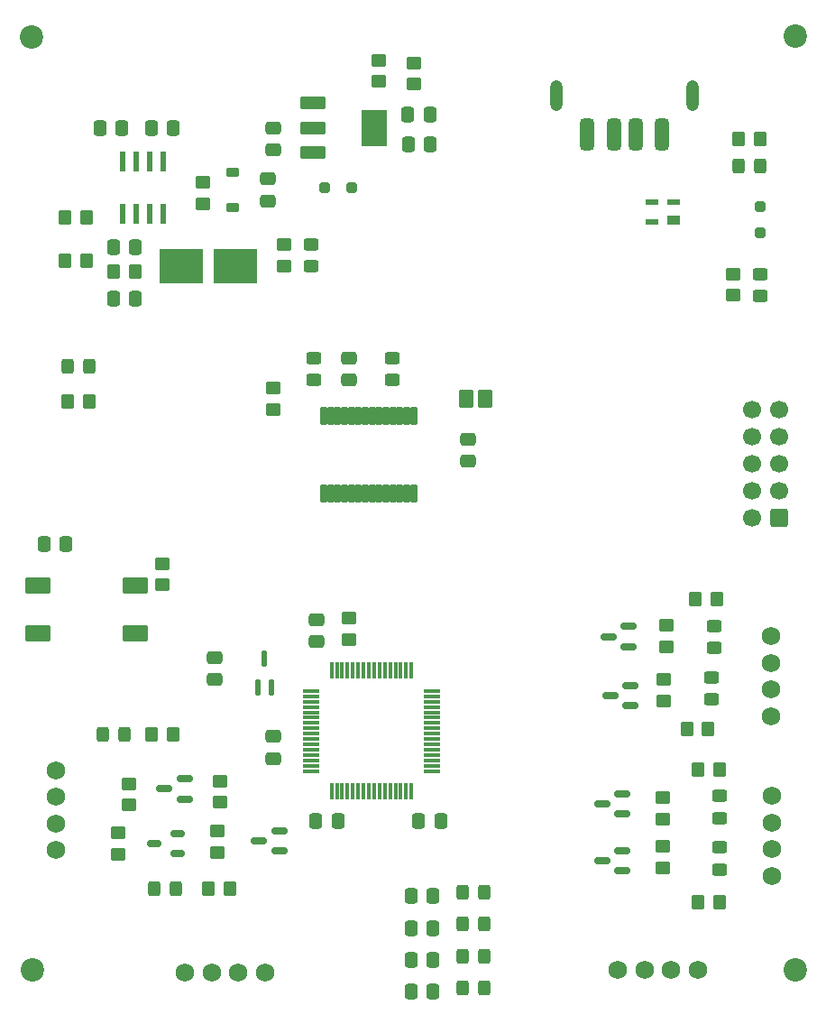
<source format=gts>
%TF.GenerationSoftware,KiCad,Pcbnew,8.0.5*%
%TF.CreationDate,2024-10-22T12:33:32-04:00*%
%TF.ProjectId,PCB_Schematic,5043425f-5363-4686-956d-617469632e6b,rev?*%
%TF.SameCoordinates,Original*%
%TF.FileFunction,Soldermask,Top*%
%TF.FilePolarity,Negative*%
%FSLAX46Y46*%
G04 Gerber Fmt 4.6, Leading zero omitted, Abs format (unit mm)*
G04 Created by KiCad (PCBNEW 8.0.5) date 2024-10-22 12:33:32*
%MOMM*%
%LPD*%
G01*
G04 APERTURE LIST*
G04 Aperture macros list*
%AMRoundRect*
0 Rectangle with rounded corners*
0 $1 Rounding radius*
0 $2 $3 $4 $5 $6 $7 $8 $9 X,Y pos of 4 corners*
0 Add a 4 corners polygon primitive as box body*
4,1,4,$2,$3,$4,$5,$6,$7,$8,$9,$2,$3,0*
0 Add four circle primitives for the rounded corners*
1,1,$1+$1,$2,$3*
1,1,$1+$1,$4,$5*
1,1,$1+$1,$6,$7*
1,1,$1+$1,$8,$9*
0 Add four rect primitives between the rounded corners*
20,1,$1+$1,$2,$3,$4,$5,0*
20,1,$1+$1,$4,$5,$6,$7,0*
20,1,$1+$1,$6,$7,$8,$9,0*
20,1,$1+$1,$8,$9,$2,$3,0*%
G04 Aperture macros list end*
%ADD10RoundRect,0.250000X0.350000X0.450000X-0.350000X0.450000X-0.350000X-0.450000X0.350000X-0.450000X0*%
%ADD11C,1.752600*%
%ADD12RoundRect,0.250000X0.337500X0.475000X-0.337500X0.475000X-0.337500X-0.475000X0.337500X-0.475000X0*%
%ADD13RoundRect,0.250000X-0.337500X-0.475000X0.337500X-0.475000X0.337500X0.475000X-0.337500X0.475000X0*%
%ADD14RoundRect,0.250000X-0.450000X0.350000X-0.450000X-0.350000X0.450000X-0.350000X0.450000X0.350000X0*%
%ADD15RoundRect,0.250000X0.250000X-0.250000X0.250000X0.250000X-0.250000X0.250000X-0.250000X-0.250000X0*%
%ADD16RoundRect,0.325000X0.325000X1.175000X-0.325000X1.175000X-0.325000X-1.175000X0.325000X-1.175000X0*%
%ADD17O,1.200000X2.900000*%
%ADD18RoundRect,0.250000X0.250000X0.250000X-0.250000X0.250000X-0.250000X-0.250000X0.250000X-0.250000X0*%
%ADD19RoundRect,0.150000X0.587500X0.150000X-0.587500X0.150000X-0.587500X-0.150000X0.587500X-0.150000X0*%
%ADD20RoundRect,0.250000X0.450000X-0.325000X0.450000X0.325000X-0.450000X0.325000X-0.450000X-0.325000X0*%
%ADD21RoundRect,0.250000X0.450000X-0.350000X0.450000X0.350000X-0.450000X0.350000X-0.450000X-0.350000X0*%
%ADD22RoundRect,0.225000X0.375000X-0.225000X0.375000X0.225000X-0.375000X0.225000X-0.375000X-0.225000X0*%
%ADD23R,1.168400X0.889000*%
%ADD24R,1.168400X0.482600*%
%ADD25RoundRect,0.250000X-0.475000X0.337500X-0.475000X-0.337500X0.475000X-0.337500X0.475000X0.337500X0*%
%ADD26RoundRect,0.250000X0.325000X0.450000X-0.325000X0.450000X-0.325000X-0.450000X0.325000X-0.450000X0*%
%ADD27R,4.165600X3.251200*%
%ADD28RoundRect,0.250000X-0.325000X-0.450000X0.325000X-0.450000X0.325000X0.450000X-0.325000X0.450000X0*%
%ADD29RoundRect,0.112500X-0.112500X-0.637500X0.112500X-0.637500X0.112500X0.637500X-0.112500X0.637500X0*%
%ADD30RoundRect,0.250000X0.600000X0.600000X-0.600000X0.600000X-0.600000X-0.600000X0.600000X-0.600000X0*%
%ADD31C,1.700000*%
%ADD32RoundRect,0.250000X0.475000X-0.337500X0.475000X0.337500X-0.475000X0.337500X-0.475000X-0.337500X0*%
%ADD33RoundRect,0.250000X-0.350000X-0.450000X0.350000X-0.450000X0.350000X0.450000X-0.350000X0.450000X0*%
%ADD34C,2.200000*%
%ADD35RoundRect,0.102000X-1.075000X-0.475000X1.075000X-0.475000X1.075000X0.475000X-1.075000X0.475000X0*%
%ADD36RoundRect,0.102000X-1.075000X-1.625000X1.075000X-1.625000X1.075000X1.625000X-1.075000X1.625000X0*%
%ADD37RoundRect,0.250000X-0.450000X0.325000X-0.450000X-0.325000X0.450000X-0.325000X0.450000X0.325000X0*%
%ADD38RoundRect,0.102000X1.050000X0.700000X-1.050000X0.700000X-1.050000X-0.700000X1.050000X-0.700000X0*%
%ADD39RoundRect,0.075000X-0.700000X-0.075000X0.700000X-0.075000X0.700000X0.075000X-0.700000X0.075000X0*%
%ADD40RoundRect,0.075000X-0.075000X-0.700000X0.075000X-0.700000X0.075000X0.700000X-0.075000X0.700000X0*%
%ADD41RoundRect,0.150000X0.512500X0.150000X-0.512500X0.150000X-0.512500X-0.150000X0.512500X-0.150000X0*%
%ADD42RoundRect,0.102000X-0.200000X-0.750000X0.200000X-0.750000X0.200000X0.750000X-0.200000X0.750000X0*%
%ADD43R,0.558800X1.981200*%
%ADD44RoundRect,0.102000X-0.570000X-0.735000X0.570000X-0.735000X0.570000X0.735000X-0.570000X0.735000X0*%
G04 APERTURE END LIST*
D10*
%TO.C,R1*%
X160020000Y-45720000D03*
X158020000Y-45720000D03*
%TD*%
D11*
%TO.C,J7*%
X161067597Y-99919200D03*
X161067597Y-97419200D03*
X161067597Y-94919200D03*
X161067597Y-92419200D03*
%TD*%
D12*
%TO.C,R4*%
X129329000Y-116792000D03*
X127254000Y-116792000D03*
%TD*%
D10*
%TO.C,R12*%
X97012000Y-70358000D03*
X95012000Y-70358000D03*
%TD*%
D13*
%TO.C,Ccomp1*%
X99292500Y-55880000D03*
X101367500Y-55880000D03*
%TD*%
D14*
%TO.C,R17*%
X157480000Y-58420000D03*
X157480000Y-60420000D03*
%TD*%
D15*
%TO.C,D12*%
X160020000Y-54590000D03*
X160020000Y-52090000D03*
%TD*%
D16*
%TO.C,J5*%
X150820000Y-45350000D03*
X148320000Y-45350000D03*
X146320000Y-45350000D03*
X143820000Y-45350000D03*
D17*
X153720000Y-41650000D03*
X140920000Y-41650000D03*
%TD*%
D11*
%TO.C,J6*%
X161133000Y-114916000D03*
X161133000Y-112416000D03*
X161133000Y-109916000D03*
X161133000Y-107416000D03*
%TD*%
D18*
%TO.C,D9*%
X121666000Y-50292000D03*
X119166000Y-50292000D03*
%TD*%
D19*
%TO.C,D18*%
X147846500Y-98928000D03*
X147846500Y-97028000D03*
X145971500Y-97978000D03*
%TD*%
D20*
%TO.C,D13*%
X160020000Y-60470000D03*
X160020000Y-58420000D03*
%TD*%
D21*
%TO.C,R15*%
X99787500Y-112874500D03*
X99787500Y-110874500D03*
%TD*%
D22*
%TO.C,D10*%
X110490000Y-52196000D03*
X110490000Y-48896000D03*
%TD*%
D13*
%TO.C,C13*%
X127000000Y-46228000D03*
X129075000Y-46228000D03*
%TD*%
D23*
%TO.C,D14*%
X151881400Y-53336800D03*
D24*
X151881400Y-51640000D03*
X149838600Y-51639999D03*
X149838600Y-53540001D03*
%TD*%
D12*
%TO.C,Css1*%
X100097500Y-44704000D03*
X98022500Y-44704000D03*
%TD*%
D19*
%TO.C,D16*%
X114870500Y-112586500D03*
X114870500Y-110686500D03*
X112995500Y-111636500D03*
%TD*%
D25*
%TO.C,R9*%
X121412000Y-66294000D03*
X121412000Y-68369000D03*
%TD*%
D26*
%TO.C,D22*%
X105174000Y-116078000D03*
X103124000Y-116078000D03*
%TD*%
D21*
%TO.C,R21*%
X100803500Y-108268500D03*
X100803500Y-106268500D03*
%TD*%
D27*
%TO.C,L1*%
X105664000Y-57658000D03*
X110744000Y-57658000D03*
%TD*%
D28*
%TO.C,D3*%
X132071000Y-116428000D03*
X134121000Y-116428000D03*
%TD*%
D10*
%TO.C,R30*%
X156210000Y-117348000D03*
X154210000Y-117348000D03*
%TD*%
D26*
%TO.C,D21*%
X100348000Y-101600000D03*
X98298000Y-101600000D03*
%TD*%
%TO.C,D11*%
X97037000Y-67056000D03*
X94987000Y-67056000D03*
%TD*%
D12*
%TO.C,R6*%
X129329000Y-122792000D03*
X127254000Y-122792000D03*
%TD*%
D29*
%TO.C,U5*%
X112843000Y-97216000D03*
X114143000Y-97216000D03*
X113493000Y-94556000D03*
%TD*%
D30*
%TO.C,J1*%
X161798000Y-81280000D03*
D31*
X159258000Y-81280000D03*
X161798000Y-78740000D03*
X159258000Y-78740000D03*
X161798000Y-76200000D03*
X159258000Y-76200000D03*
X161798000Y-73660000D03*
X159258000Y-73660000D03*
X161798000Y-71120000D03*
X159258000Y-71120000D03*
%TD*%
D32*
%TO.C,C14*%
X118364000Y-92941000D03*
X118364000Y-90866000D03*
%TD*%
D10*
%TO.C,R29*%
X156210000Y-104902000D03*
X154210000Y-104902000D03*
%TD*%
D12*
%TO.C,C12*%
X120396000Y-109728000D03*
X118321000Y-109728000D03*
%TD*%
D33*
%TO.C,Rcomp1*%
X99330000Y-58166000D03*
X101330000Y-58166000D03*
%TD*%
D25*
%TO.C,C16*%
X108809000Y-94422000D03*
X108809000Y-96497000D03*
%TD*%
D11*
%TO.C,J2*%
X113538000Y-123952000D03*
X111038000Y-123952000D03*
X108538000Y-123952000D03*
X106038000Y-123952000D03*
%TD*%
D34*
%TO.C,H1*%
X91613000Y-36156000D03*
%TD*%
D35*
%TO.C,U3*%
X118004000Y-42404000D03*
X118004000Y-44704000D03*
X118004000Y-47004000D03*
D36*
X123804000Y-44704000D03*
%TD*%
D20*
%TO.C,D24*%
X156210000Y-114300000D03*
X156210000Y-112250000D03*
%TD*%
D10*
%TO.C,Rfbb1*%
X96758000Y-53086000D03*
X94758000Y-53086000D03*
%TD*%
D34*
%TO.C,H4*%
X163322000Y-123698000D03*
%TD*%
D11*
%TO.C,J4*%
X93901500Y-104980500D03*
X93901500Y-107480500D03*
X93901500Y-109980500D03*
X93901500Y-112480500D03*
%TD*%
D28*
%TO.C,D4*%
X132071000Y-119428000D03*
X134121000Y-119428000D03*
%TD*%
D33*
%TO.C,Rfbt1*%
X94758000Y-57150000D03*
X96758000Y-57150000D03*
%TD*%
D14*
%TO.C,R8*%
X114300000Y-69120000D03*
X114300000Y-71120000D03*
%TD*%
D37*
%TO.C,D25*%
X155702000Y-91431000D03*
X155702000Y-93481000D03*
%TD*%
D32*
%TO.C,C5*%
X114300000Y-103886000D03*
X114300000Y-101811000D03*
%TD*%
D12*
%TO.C,R5*%
X129329000Y-119792000D03*
X127254000Y-119792000D03*
%TD*%
D38*
%TO.C,SW1*%
X101324000Y-92166000D03*
X101324000Y-87666000D03*
X92224000Y-92166000D03*
X92224000Y-87666000D03*
%TD*%
D37*
%TO.C,D23*%
X156210000Y-107424000D03*
X156210000Y-109474000D03*
%TD*%
D34*
%TO.C,H2*%
X163322000Y-36068000D03*
%TD*%
D21*
%TO.C,R3*%
X121412000Y-92710000D03*
X121412000Y-90710000D03*
%TD*%
D12*
%TO.C,R7*%
X129329000Y-125792000D03*
X127254000Y-125792000D03*
%TD*%
D39*
%TO.C,U1*%
X117866000Y-97558000D03*
X117866000Y-98058000D03*
X117866000Y-98558000D03*
X117866000Y-99058000D03*
X117866000Y-99558000D03*
X117866000Y-100058000D03*
X117866000Y-100558000D03*
X117866000Y-101058000D03*
X117866000Y-101558000D03*
X117866000Y-102058000D03*
X117866000Y-102558000D03*
X117866000Y-103058000D03*
X117866000Y-103558000D03*
X117866000Y-104058000D03*
X117866000Y-104558000D03*
X117866000Y-105058000D03*
D40*
X119791000Y-106983000D03*
X120291000Y-106983000D03*
X120791000Y-106983000D03*
X121291000Y-106983000D03*
X121791000Y-106983000D03*
X122291000Y-106983000D03*
X122791000Y-106983000D03*
X123291000Y-106983000D03*
X123791000Y-106983000D03*
X124291000Y-106983000D03*
X124791000Y-106983000D03*
X125291000Y-106983000D03*
X125791000Y-106983000D03*
X126291000Y-106983000D03*
X126791000Y-106983000D03*
X127291000Y-106983000D03*
D39*
X129216000Y-105058000D03*
X129216000Y-104558000D03*
X129216000Y-104058000D03*
X129216000Y-103558000D03*
X129216000Y-103058000D03*
X129216000Y-102558000D03*
X129216000Y-102058000D03*
X129216000Y-101558000D03*
X129216000Y-101058000D03*
X129216000Y-100558000D03*
X129216000Y-100058000D03*
X129216000Y-99558000D03*
X129216000Y-99058000D03*
X129216000Y-98558000D03*
X129216000Y-98058000D03*
X129216000Y-97558000D03*
D40*
X127291000Y-95633000D03*
X126791000Y-95633000D03*
X126291000Y-95633000D03*
X125791000Y-95633000D03*
X125291000Y-95633000D03*
X124791000Y-95633000D03*
X124291000Y-95633000D03*
X123791000Y-95633000D03*
X123291000Y-95633000D03*
X122791000Y-95633000D03*
X122291000Y-95633000D03*
X121791000Y-95633000D03*
X121291000Y-95633000D03*
X120791000Y-95633000D03*
X120291000Y-95633000D03*
X119791000Y-95633000D03*
%TD*%
D19*
%TO.C,D20*%
X147671000Y-93406000D03*
X147671000Y-91506000D03*
X145796000Y-92456000D03*
%TD*%
D32*
%TO.C,Cout1*%
X113792000Y-51583500D03*
X113792000Y-49508500D03*
%TD*%
D14*
%TO.C,R13*%
X103886000Y-85598000D03*
X103886000Y-87598000D03*
%TD*%
D41*
%TO.C,Q1*%
X105384000Y-112806500D03*
X105384000Y-110906500D03*
X103109000Y-111856500D03*
%TD*%
D21*
%TO.C,R14*%
X109282500Y-108014500D03*
X109282500Y-106014500D03*
%TD*%
D11*
%TO.C,J3*%
X154178000Y-123698000D03*
X151678000Y-123698000D03*
X149178000Y-123698000D03*
X146678000Y-123698000D03*
%TD*%
D21*
%TO.C,R22*%
X109028500Y-112686500D03*
X109028500Y-110686500D03*
%TD*%
D19*
%TO.C,D15*%
X105980500Y-107694500D03*
X105980500Y-105794500D03*
X104105500Y-106744500D03*
%TD*%
D13*
%TO.C,C10*%
X127973000Y-109728000D03*
X130048000Y-109728000D03*
%TD*%
D14*
%TO.C,R2*%
X115316000Y-55649000D03*
X115316000Y-57649000D03*
%TD*%
D28*
%TO.C,D1*%
X157970000Y-48260000D03*
X160020000Y-48260000D03*
%TD*%
D14*
%TO.C,R24*%
X150973000Y-96454000D03*
X150973000Y-98454000D03*
%TD*%
D37*
%TO.C,D8*%
X125476000Y-66294000D03*
X125476000Y-68344000D03*
%TD*%
D25*
%TO.C,C3*%
X132588000Y-73914000D03*
X132588000Y-75989000D03*
%TD*%
D10*
%TO.C,R32*%
X155162000Y-101092000D03*
X153162000Y-101092000D03*
%TD*%
D33*
%TO.C,R28*%
X108236000Y-116078000D03*
X110236000Y-116078000D03*
%TD*%
D20*
%TO.C,D2*%
X117856000Y-57676000D03*
X117856000Y-55626000D03*
%TD*%
D10*
%TO.C,R31*%
X155956000Y-88900000D03*
X153956000Y-88900000D03*
%TD*%
D13*
%TO.C,C11*%
X126957000Y-43434000D03*
X129032000Y-43434000D03*
%TD*%
D28*
%TO.C,D6*%
X132071000Y-125428000D03*
X134121000Y-125428000D03*
%TD*%
D34*
%TO.C,H3*%
X91694000Y-123698000D03*
%TD*%
D33*
%TO.C,R27*%
X102902000Y-101600000D03*
X104902000Y-101600000D03*
%TD*%
D13*
%TO.C,Cin1*%
X102848500Y-44704000D03*
X104923500Y-44704000D03*
%TD*%
D25*
%TO.C,C4*%
X114300000Y-44704000D03*
X114300000Y-46779000D03*
%TD*%
D13*
%TO.C,C15*%
X92801000Y-83789000D03*
X94876000Y-83789000D03*
%TD*%
D42*
%TO.C,U2*%
X119062000Y-78997000D03*
X119712000Y-78997000D03*
X120362000Y-78997000D03*
X121012000Y-78997000D03*
X121662000Y-78997000D03*
X122312000Y-78997000D03*
X122962000Y-78997000D03*
X123612000Y-78997000D03*
X124262000Y-78997000D03*
X124912000Y-78997000D03*
X125562000Y-78997000D03*
X126212000Y-78997000D03*
X126862000Y-78997000D03*
X127512000Y-78997000D03*
X127512000Y-71747000D03*
X126862000Y-71747000D03*
X126212000Y-71747000D03*
X125562000Y-71747000D03*
X124912000Y-71747000D03*
X124262000Y-71747000D03*
X123612000Y-71747000D03*
X122962000Y-71747000D03*
X122312000Y-71747000D03*
X121662000Y-71747000D03*
X121012000Y-71747000D03*
X120362000Y-71747000D03*
X119712000Y-71747000D03*
X119062000Y-71747000D03*
%TD*%
D43*
%TO.C,U4*%
X104013000Y-47828200D03*
X102743000Y-47828200D03*
X101473000Y-47828200D03*
X100203000Y-47828200D03*
X100203000Y-52755800D03*
X101473000Y-52755800D03*
X102743000Y-52755800D03*
X104013000Y-52755800D03*
%TD*%
D19*
%TO.C,D17*%
X147084500Y-114422000D03*
X147084500Y-112522000D03*
X145209500Y-113472000D03*
%TD*%
D21*
%TO.C,R10*%
X127508000Y-40624000D03*
X127508000Y-38624000D03*
%TD*%
D44*
%TO.C,FB1*%
X132460000Y-70104000D03*
X134240000Y-70104000D03*
%TD*%
D20*
%TO.C,D26*%
X155448000Y-98316000D03*
X155448000Y-96266000D03*
%TD*%
D21*
%TO.C,R25*%
X150894500Y-109596000D03*
X150894500Y-107596000D03*
%TD*%
D19*
%TO.C,D19*%
X147084500Y-109088000D03*
X147084500Y-107188000D03*
X145209500Y-108138000D03*
%TD*%
D14*
%TO.C,R23*%
X150894500Y-112168000D03*
X150894500Y-114168000D03*
%TD*%
D28*
%TO.C,D5*%
X132071000Y-122428000D03*
X134121000Y-122428000D03*
%TD*%
D21*
%TO.C,R26*%
X151227000Y-93374000D03*
X151227000Y-91374000D03*
%TD*%
%TO.C,R11*%
X124206000Y-40354000D03*
X124206000Y-38354000D03*
%TD*%
D13*
%TO.C,Ccomp2*%
X99292500Y-60706000D03*
X101367500Y-60706000D03*
%TD*%
D20*
%TO.C,D7*%
X118110000Y-68344000D03*
X118110000Y-66294000D03*
%TD*%
D21*
%TO.C,Cboot1*%
X107696000Y-51816000D03*
X107696000Y-49816000D03*
%TD*%
M02*

</source>
